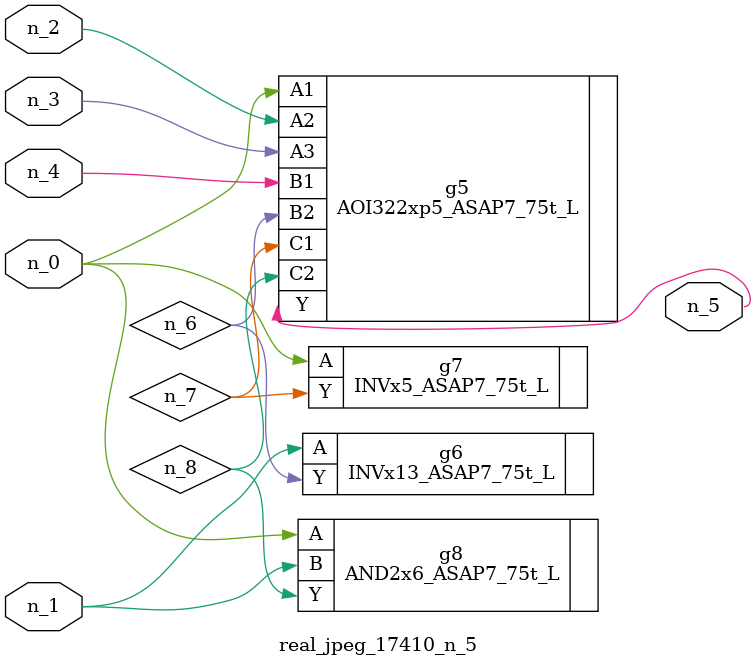
<source format=v>
module real_jpeg_17410_n_5 (n_4, n_0, n_1, n_2, n_3, n_5);

input n_4;
input n_0;
input n_1;
input n_2;
input n_3;

output n_5;

wire n_8;
wire n_6;
wire n_7;

AOI322xp5_ASAP7_75t_L g5 ( 
.A1(n_0),
.A2(n_2),
.A3(n_3),
.B1(n_4),
.B2(n_6),
.C1(n_7),
.C2(n_8),
.Y(n_5)
);

INVx5_ASAP7_75t_L g7 ( 
.A(n_0),
.Y(n_7)
);

AND2x6_ASAP7_75t_L g8 ( 
.A(n_0),
.B(n_1),
.Y(n_8)
);

INVx13_ASAP7_75t_L g6 ( 
.A(n_1),
.Y(n_6)
);


endmodule
</source>
